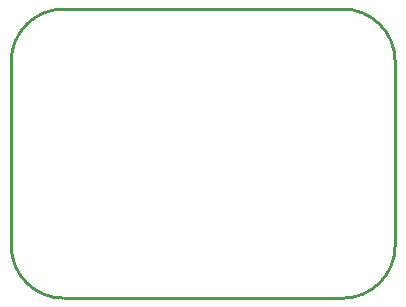
<source format=gko>
%FSLAX24Y24*%
%MOIN*%
G70*
G01*
G75*
G04 Layer_Color=16711935*
%ADD10C,0.0620*%
%ADD11C,0.0600*%
%ADD12C,0.0200*%
%ADD13C,0.0080*%
%ADD14C,0.0079*%
%ADD15C,0.0100*%
%ADD16C,0.0700*%
%ADD17C,0.0680*%
%ADD18C,0.0005*%
%ADD19R,0.2980X0.0793*%
D15*
X-1750Y0D02*
G03*
X0Y-1750I1750J0D01*
G01*
X9300D02*
G03*
X11050Y0I0J1750D01*
G01*
Y6140D02*
G03*
X9300Y7890I-1750J0D01*
G01*
X0D02*
G03*
X-1750Y6140I0J-1750D01*
G01*
X-50Y7890D02*
X9300D01*
X0Y-1750D02*
X9300D01*
X11050Y0D02*
Y6140D01*
X-1750Y0D02*
Y6140D01*
M02*

</source>
